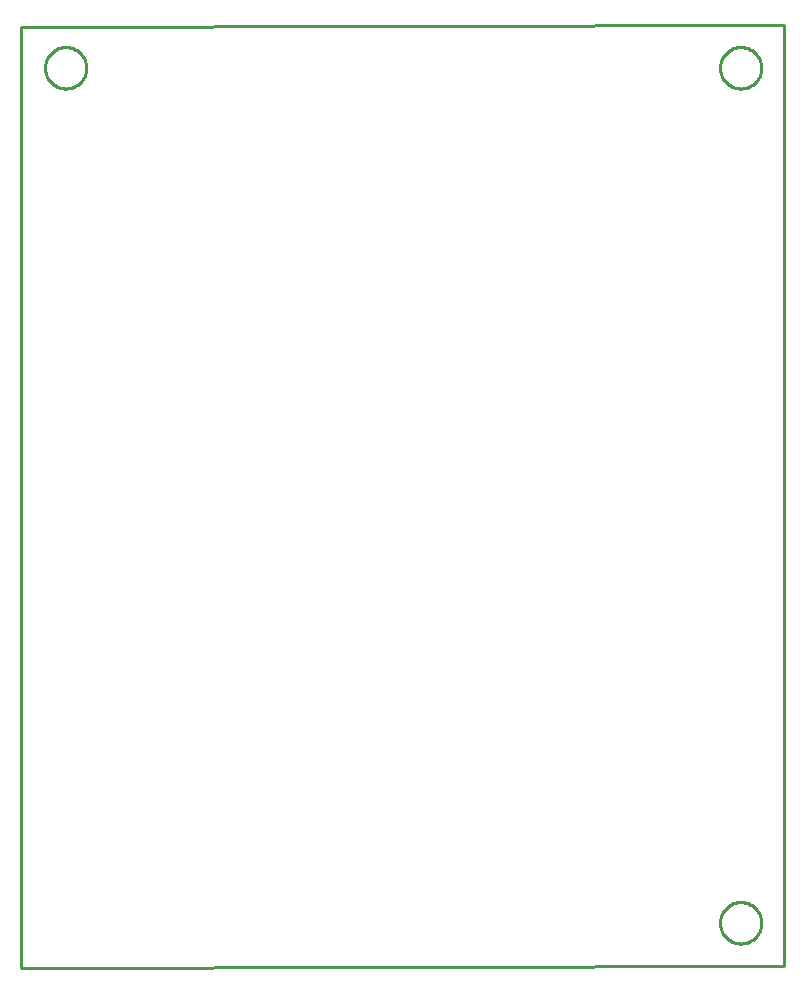
<source format=gbr>
G04 EAGLE Gerber RS-274X export*
G75*
%MOMM*%
%FSLAX34Y34*%
%LPD*%
%IN*%
%IPPOS*%
%AMOC8*
5,1,8,0,0,1.08239X$1,22.5*%
G01*
%ADD10C,0.254000*%


D10*
X0Y0D02*
X646230Y1270D01*
X646230Y798070D01*
X0Y796800D01*
X0Y0D01*
X627100Y37527D02*
X627025Y36384D01*
X626876Y35248D01*
X626652Y34124D01*
X626355Y33017D01*
X625987Y31932D01*
X625549Y30874D01*
X625042Y29846D01*
X624469Y28854D01*
X623832Y27901D01*
X623135Y26992D01*
X622379Y26131D01*
X621569Y25321D01*
X620708Y24565D01*
X619799Y23868D01*
X618846Y23231D01*
X617854Y22658D01*
X616826Y22151D01*
X615768Y21713D01*
X614683Y21345D01*
X613576Y21048D01*
X612452Y20825D01*
X611316Y20675D01*
X610173Y20600D01*
X609027Y20600D01*
X607884Y20675D01*
X606748Y20825D01*
X605624Y21048D01*
X604517Y21345D01*
X603432Y21713D01*
X602374Y22151D01*
X601346Y22658D01*
X600354Y23231D01*
X599401Y23868D01*
X598492Y24565D01*
X597631Y25321D01*
X596821Y26131D01*
X596065Y26992D01*
X595368Y27901D01*
X594731Y28854D01*
X594158Y29846D01*
X593651Y30874D01*
X593213Y31932D01*
X592845Y33017D01*
X592548Y34124D01*
X592325Y35248D01*
X592175Y36384D01*
X592100Y37527D01*
X592100Y38673D01*
X592175Y39816D01*
X592325Y40952D01*
X592548Y42076D01*
X592845Y43183D01*
X593213Y44268D01*
X593651Y45326D01*
X594158Y46354D01*
X594731Y47346D01*
X595368Y48299D01*
X596065Y49208D01*
X596821Y50069D01*
X597631Y50879D01*
X598492Y51635D01*
X599401Y52332D01*
X600354Y52969D01*
X601346Y53542D01*
X602374Y54049D01*
X603432Y54487D01*
X604517Y54855D01*
X605624Y55152D01*
X606748Y55376D01*
X607884Y55525D01*
X609027Y55600D01*
X610173Y55600D01*
X611316Y55525D01*
X612452Y55376D01*
X613576Y55152D01*
X614683Y54855D01*
X615768Y54487D01*
X616826Y54049D01*
X617854Y53542D01*
X618846Y52969D01*
X619799Y52332D01*
X620708Y51635D01*
X621569Y50879D01*
X622379Y50069D01*
X623135Y49208D01*
X623832Y48299D01*
X624469Y47346D01*
X625042Y46354D01*
X625549Y45326D01*
X625987Y44268D01*
X626355Y43183D01*
X626652Y42076D01*
X626876Y40952D01*
X627025Y39816D01*
X627100Y38673D01*
X627100Y37527D01*
X627100Y761427D02*
X627025Y760284D01*
X626876Y759148D01*
X626652Y758024D01*
X626355Y756917D01*
X625987Y755832D01*
X625549Y754774D01*
X625042Y753746D01*
X624469Y752754D01*
X623832Y751801D01*
X623135Y750892D01*
X622379Y750031D01*
X621569Y749221D01*
X620708Y748465D01*
X619799Y747768D01*
X618846Y747131D01*
X617854Y746558D01*
X616826Y746051D01*
X615768Y745613D01*
X614683Y745245D01*
X613576Y744948D01*
X612452Y744725D01*
X611316Y744575D01*
X610173Y744500D01*
X609027Y744500D01*
X607884Y744575D01*
X606748Y744725D01*
X605624Y744948D01*
X604517Y745245D01*
X603432Y745613D01*
X602374Y746051D01*
X601346Y746558D01*
X600354Y747131D01*
X599401Y747768D01*
X598492Y748465D01*
X597631Y749221D01*
X596821Y750031D01*
X596065Y750892D01*
X595368Y751801D01*
X594731Y752754D01*
X594158Y753746D01*
X593651Y754774D01*
X593213Y755832D01*
X592845Y756917D01*
X592548Y758024D01*
X592325Y759148D01*
X592175Y760284D01*
X592100Y761427D01*
X592100Y762573D01*
X592175Y763716D01*
X592325Y764852D01*
X592548Y765976D01*
X592845Y767083D01*
X593213Y768168D01*
X593651Y769226D01*
X594158Y770254D01*
X594731Y771246D01*
X595368Y772199D01*
X596065Y773108D01*
X596821Y773969D01*
X597631Y774779D01*
X598492Y775535D01*
X599401Y776232D01*
X600354Y776869D01*
X601346Y777442D01*
X602374Y777949D01*
X603432Y778387D01*
X604517Y778755D01*
X605624Y779052D01*
X606748Y779276D01*
X607884Y779425D01*
X609027Y779500D01*
X610173Y779500D01*
X611316Y779425D01*
X612452Y779276D01*
X613576Y779052D01*
X614683Y778755D01*
X615768Y778387D01*
X616826Y777949D01*
X617854Y777442D01*
X618846Y776869D01*
X619799Y776232D01*
X620708Y775535D01*
X621569Y774779D01*
X622379Y773969D01*
X623135Y773108D01*
X623832Y772199D01*
X624469Y771246D01*
X625042Y770254D01*
X625549Y769226D01*
X625987Y768168D01*
X626355Y767083D01*
X626652Y765976D01*
X626876Y764852D01*
X627025Y763716D01*
X627100Y762573D01*
X627100Y761427D01*
X55600Y761427D02*
X55525Y760284D01*
X55376Y759148D01*
X55152Y758024D01*
X54855Y756917D01*
X54487Y755832D01*
X54049Y754774D01*
X53542Y753746D01*
X52969Y752754D01*
X52332Y751801D01*
X51635Y750892D01*
X50879Y750031D01*
X50069Y749221D01*
X49208Y748465D01*
X48299Y747768D01*
X47346Y747131D01*
X46354Y746558D01*
X45326Y746051D01*
X44268Y745613D01*
X43183Y745245D01*
X42076Y744948D01*
X40952Y744725D01*
X39816Y744575D01*
X38673Y744500D01*
X37527Y744500D01*
X36384Y744575D01*
X35248Y744725D01*
X34124Y744948D01*
X33017Y745245D01*
X31932Y745613D01*
X30874Y746051D01*
X29846Y746558D01*
X28854Y747131D01*
X27901Y747768D01*
X26992Y748465D01*
X26131Y749221D01*
X25321Y750031D01*
X24565Y750892D01*
X23868Y751801D01*
X23231Y752754D01*
X22658Y753746D01*
X22151Y754774D01*
X21713Y755832D01*
X21345Y756917D01*
X21048Y758024D01*
X20825Y759148D01*
X20675Y760284D01*
X20600Y761427D01*
X20600Y762573D01*
X20675Y763716D01*
X20825Y764852D01*
X21048Y765976D01*
X21345Y767083D01*
X21713Y768168D01*
X22151Y769226D01*
X22658Y770254D01*
X23231Y771246D01*
X23868Y772199D01*
X24565Y773108D01*
X25321Y773969D01*
X26131Y774779D01*
X26992Y775535D01*
X27901Y776232D01*
X28854Y776869D01*
X29846Y777442D01*
X30874Y777949D01*
X31932Y778387D01*
X33017Y778755D01*
X34124Y779052D01*
X35248Y779276D01*
X36384Y779425D01*
X37527Y779500D01*
X38673Y779500D01*
X39816Y779425D01*
X40952Y779276D01*
X42076Y779052D01*
X43183Y778755D01*
X44268Y778387D01*
X45326Y777949D01*
X46354Y777442D01*
X47346Y776869D01*
X48299Y776232D01*
X49208Y775535D01*
X50069Y774779D01*
X50879Y773969D01*
X51635Y773108D01*
X52332Y772199D01*
X52969Y771246D01*
X53542Y770254D01*
X54049Y769226D01*
X54487Y768168D01*
X54855Y767083D01*
X55152Y765976D01*
X55376Y764852D01*
X55525Y763716D01*
X55600Y762573D01*
X55600Y761427D01*
M02*

</source>
